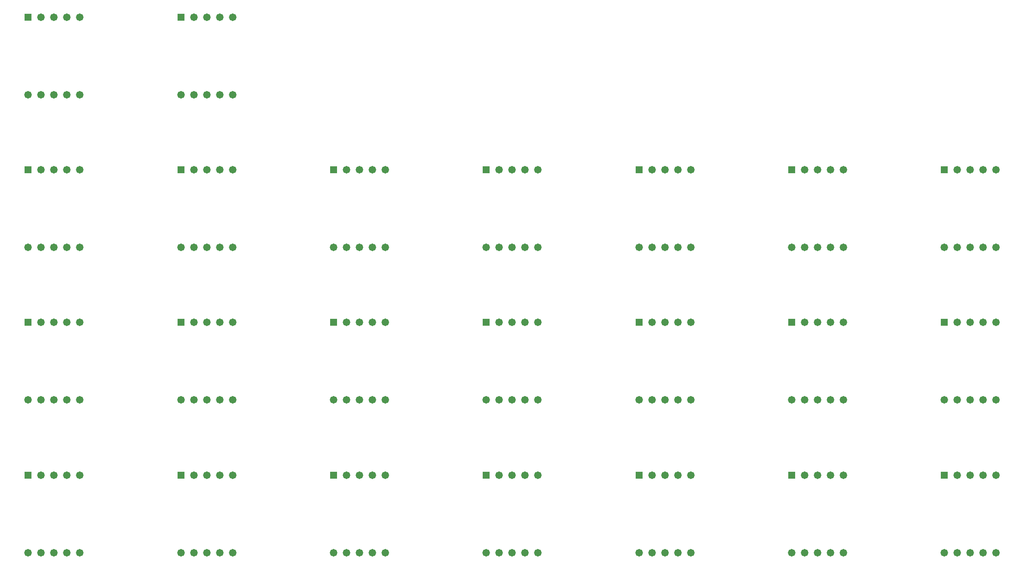
<source format=gbs>
G04*
G04 #@! TF.GenerationSoftware,Altium Limited,Altium Designer,22.10.1 (41)*
G04*
G04 Layer_Color=16711935*
%FSLAX44Y44*%
%MOMM*%
G71*
G04*
G04 #@! TF.SameCoordinates,DAB17F2F-99E3-4DC2-BE93-371E54321BB7*
G04*
G04*
G04 #@! TF.FilePolarity,Negative*
G04*
G01*
G75*
%ADD11C,1.4732*%
%ADD12R,1.4732X1.4732*%
D11*
X2000000Y276200D02*
D03*
X2050800D02*
D03*
X2025400D02*
D03*
X1974600D02*
D03*
X2050800Y123800D02*
D03*
X2025400D02*
D03*
X2000000D02*
D03*
X1974600D02*
D03*
X1949200D02*
D03*
X1700000Y276200D02*
D03*
X1750800D02*
D03*
X1725400D02*
D03*
X1674600D02*
D03*
X1750800Y123800D02*
D03*
X1725400D02*
D03*
X1700000D02*
D03*
X1674600D02*
D03*
X1649200D02*
D03*
X1400000Y276200D02*
D03*
X1450800D02*
D03*
X1425400D02*
D03*
X1374600D02*
D03*
X1450800Y123800D02*
D03*
X1425400D02*
D03*
X1400000D02*
D03*
X1374600D02*
D03*
X1349200D02*
D03*
X1100000Y276200D02*
D03*
X1150800D02*
D03*
X1125400D02*
D03*
X1074600D02*
D03*
X1150800Y123800D02*
D03*
X1125400D02*
D03*
X1100000D02*
D03*
X1074600D02*
D03*
X1049200D02*
D03*
X800000Y276200D02*
D03*
X850800D02*
D03*
X825400D02*
D03*
X774600D02*
D03*
X850800Y123800D02*
D03*
X825400D02*
D03*
X800000D02*
D03*
X774600D02*
D03*
X749200D02*
D03*
X500000Y276200D02*
D03*
X550800D02*
D03*
X525400D02*
D03*
X474600D02*
D03*
X550800Y123800D02*
D03*
X525400D02*
D03*
X500000D02*
D03*
X474600D02*
D03*
X449200D02*
D03*
X200000Y276200D02*
D03*
X250800D02*
D03*
X225400D02*
D03*
X174600D02*
D03*
X250800Y123800D02*
D03*
X225400D02*
D03*
X200000D02*
D03*
X174600D02*
D03*
X149200D02*
D03*
X2000000Y576200D02*
D03*
X2050800D02*
D03*
X2025400D02*
D03*
X1974600D02*
D03*
X2050800Y423800D02*
D03*
X2025400D02*
D03*
X2000000D02*
D03*
X1974600D02*
D03*
X1949200D02*
D03*
X1700000Y576200D02*
D03*
X1750800D02*
D03*
X1725400D02*
D03*
X1674600D02*
D03*
X1750800Y423800D02*
D03*
X1725400D02*
D03*
X1700000D02*
D03*
X1674600D02*
D03*
X1649200D02*
D03*
X1400000Y576200D02*
D03*
X1450800D02*
D03*
X1425400D02*
D03*
X1374600D02*
D03*
X1450800Y423800D02*
D03*
X1425400D02*
D03*
X1400000D02*
D03*
X1374600D02*
D03*
X1349200D02*
D03*
X1100000Y576200D02*
D03*
X1150800D02*
D03*
X1125400D02*
D03*
X1074600D02*
D03*
X1150800Y423800D02*
D03*
X1125400D02*
D03*
X1100000D02*
D03*
X1074600D02*
D03*
X1049200D02*
D03*
X800000Y576200D02*
D03*
X850800D02*
D03*
X825400D02*
D03*
X774600D02*
D03*
X850800Y423800D02*
D03*
X825400D02*
D03*
X800000D02*
D03*
X774600D02*
D03*
X749200D02*
D03*
X500000Y576200D02*
D03*
X550800D02*
D03*
X525400D02*
D03*
X474600D02*
D03*
X550800Y423800D02*
D03*
X525400D02*
D03*
X500000D02*
D03*
X474600D02*
D03*
X449200D02*
D03*
X200000Y576200D02*
D03*
X250800D02*
D03*
X225400D02*
D03*
X174600D02*
D03*
X250800Y423800D02*
D03*
X225400D02*
D03*
X200000D02*
D03*
X174600D02*
D03*
X149200D02*
D03*
X2000000Y876200D02*
D03*
X2050800D02*
D03*
X2025400D02*
D03*
X1974600D02*
D03*
X2050800Y723800D02*
D03*
X2025400D02*
D03*
X2000000D02*
D03*
X1974600D02*
D03*
X1949200D02*
D03*
X1700000Y876200D02*
D03*
X1750800D02*
D03*
X1725400D02*
D03*
X1674600D02*
D03*
X1750800Y723800D02*
D03*
X1725400D02*
D03*
X1700000D02*
D03*
X1674600D02*
D03*
X1649200D02*
D03*
X1400000Y876200D02*
D03*
X1450800D02*
D03*
X1425400D02*
D03*
X1374600D02*
D03*
X1450800Y723800D02*
D03*
X1425400D02*
D03*
X1400000D02*
D03*
X1374600D02*
D03*
X1349200D02*
D03*
X1100000Y876200D02*
D03*
X1150800D02*
D03*
X1125400D02*
D03*
X1074600D02*
D03*
X1150800Y723800D02*
D03*
X1125400D02*
D03*
X1100000D02*
D03*
X1074600D02*
D03*
X1049200D02*
D03*
X800000Y876200D02*
D03*
X850800D02*
D03*
X825400D02*
D03*
X774600D02*
D03*
X850800Y723800D02*
D03*
X825400D02*
D03*
X800000D02*
D03*
X774600D02*
D03*
X749200D02*
D03*
X500000Y876200D02*
D03*
X550800D02*
D03*
X525400D02*
D03*
X474600D02*
D03*
X550800Y723800D02*
D03*
X525400D02*
D03*
X500000D02*
D03*
X474600D02*
D03*
X449200D02*
D03*
X200000Y876200D02*
D03*
X250800D02*
D03*
X225400D02*
D03*
X174600D02*
D03*
X250800Y723800D02*
D03*
X225400D02*
D03*
X200000D02*
D03*
X174600D02*
D03*
X149200D02*
D03*
X500000Y1176200D02*
D03*
X550800D02*
D03*
X525400D02*
D03*
X474600D02*
D03*
X550800Y1023800D02*
D03*
X525400D02*
D03*
X500000D02*
D03*
X474600D02*
D03*
X449200D02*
D03*
X200000Y1176200D02*
D03*
X250800D02*
D03*
X225400D02*
D03*
X174600D02*
D03*
X250800Y1023800D02*
D03*
X225400D02*
D03*
X200000D02*
D03*
X174600D02*
D03*
X149200D02*
D03*
D12*
X1949200Y276200D02*
D03*
X1649200D02*
D03*
X1349200D02*
D03*
X1049200D02*
D03*
X749200D02*
D03*
X449200D02*
D03*
X149200D02*
D03*
X1949200Y576200D02*
D03*
X1649200D02*
D03*
X1349200D02*
D03*
X1049200D02*
D03*
X749200D02*
D03*
X449200D02*
D03*
X149200D02*
D03*
X1949200Y876200D02*
D03*
X1649200D02*
D03*
X1349200D02*
D03*
X1049200D02*
D03*
X749200D02*
D03*
X449200D02*
D03*
X149200D02*
D03*
X449200Y1176200D02*
D03*
X149200D02*
D03*
M02*

</source>
